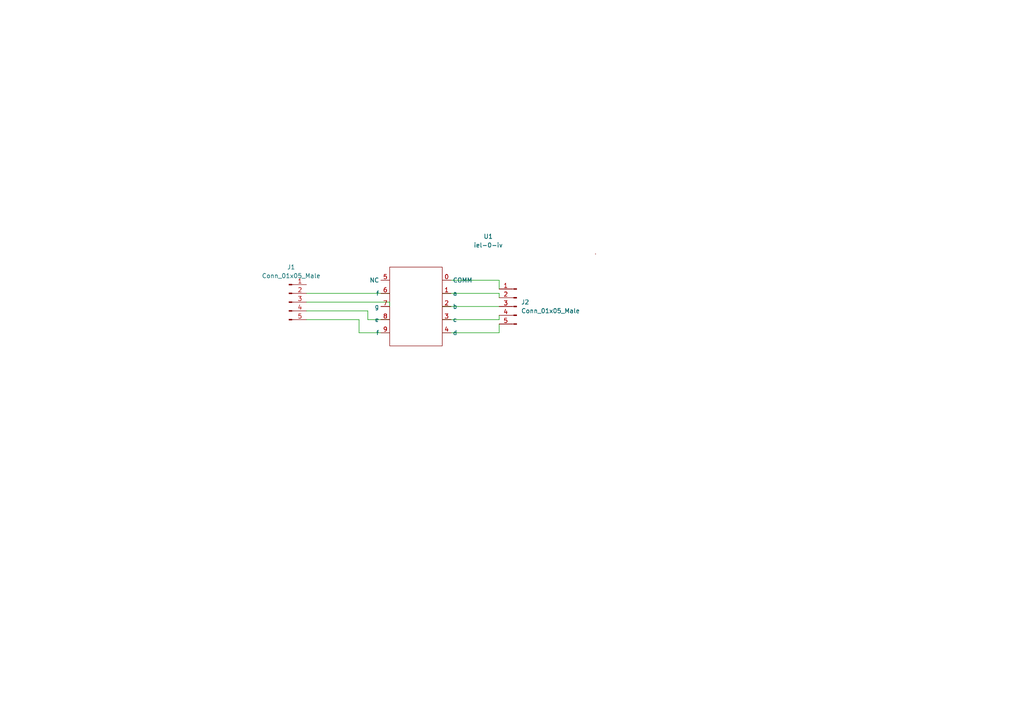
<source format=kicad_sch>
(kicad_sch (version 20211123) (generator eeschema)
  (paper "A4")
  (lib_symbols
    (symbol "Connector:Conn_01x05_Male" (pin_names (offset 1.016) hide)
      (property "Reference" "J" (at 0 7.62 0))
      (property "Value" "Conn_01x05_Male" (at 0 -7.62 0))
      (symbol "Conn_01x05_Male_1_1"
        (polyline (pts (xy 1.27 -5.08) (xy 0.8636 -5.08)) (stroke (width 0.1524)))
        (polyline (pts (xy 1.27 -2.54) (xy 0.8636 -2.54)) (stroke (width 0.1524)))
        (polyline (pts (xy 1.27 0) (xy 0.8636 0)) (stroke (width 0.1524)))
        (polyline (pts (xy 1.27 2.54) (xy 0.8636 2.54)) (stroke (width 0.1524)))
        (polyline (pts (xy 1.27 5.08) (xy 0.8636 5.08)) (stroke (width 0.1524)))
        (rectangle (start 0.8636 -4.953) (end 0 -5.207) (stroke (width 0.1524)) (fill (type outline)))
        (rectangle (start 0.8636 -2.413) (end 0 -2.667) (stroke (width 0.1524)) (fill (type outline)))
        (rectangle (start 0.8636 0.127) (end 0 -0.127) (stroke (width 0.1524)) (fill (type outline)))
        (rectangle (start 0.8636 2.667) (end 0 2.413) (stroke (width 0.1524)) (fill (type outline)))
        (rectangle (start 0.8636 5.207) (end 0 4.953) (stroke (width 0.1524)) (fill (type outline)))
        (pin passive line (at 5.08 5.08 180) (length 3.81) (name "Pin_1") (number "1"))
        (pin passive line (at 5.08 2.54 180) (length 3.81) (name "Pin_2") (number "2"))
        (pin passive line (at 5.08 0 180) (length 3.81) (name "Pin_3") (number "3"))
        (pin passive line (at 5.08 -2.54 180) (length 3.81) (name "Pin_4") (number "4"))
        (pin passive line (at 5.08 -5.08 180) (length 3.81) (name "Pin_5") (number "5"))
      )
    )
    (symbol "iel:iel-0-iv"
      (property "Reference" "U" (at 0 0 0))
      (property "Value" "iel-0-iv" (at 0 0 0))
      (symbol "iel-0-iv_0_1"
        (rectangle (start 2.54 -3.81) (end 17.78 -26.67))
        (rectangle (start 62.23 0) (end 62.23 0))
        (rectangle (start 62.23 0) (end 62.23 0))
        (rectangle (start 62.23 0) (end 62.23 0))
      )
      (symbol "iel-0-iv_1_1"
        (pin input line (at 17.78 -7.62 0) (length 2.54) (name "COMM") (number "0"))
        (pin input line (at 17.78 -11.43 0) (length 2.54) (name "a") (number "1"))
        (pin input line (at 17.78 -15.24 0) (length 2.54) (name "b") (number "2"))
        (pin input line (at 17.78 -19.05 0) (length 2.54) (name "c") (number "3"))
        (pin input line (at 17.78 -22.86 0) (length 2.54) (name "d") (number "4"))
        (pin input line (at 2.54 -7.62 180) (length 2.54) (name "NC") (number "5"))
        (pin input line (at 2.54 -11.43 180) (length 2.54) (name "f") (number "6"))
        (pin input line (at 2.54 -15.24 180) (length 2.54) (name "g") (number "7"))
        (pin input line (at 2.54 -19.05 180) (length 2.54) (name "e") (number "8"))
        (pin input line (at 2.54 -22.86 180) (length 2.54) (name "f") (number "9"))
      )
    )
  )
  (wire (pts (xy 144.78 85.09) (xy 144.78 86.36)))
  (wire (pts (xy 144.78 96.52) (xy 144.78 93.98)))
  (wire (pts (xy 106.68 92.71) (xy 113.03 92.71)))
  (wire (pts (xy 88.9 87.63) (xy 113.03 87.63)))
  (wire (pts (xy 113.03 87.63) (xy 113.03 88.9)))
  (wire (pts (xy 128.27 96.52) (xy 144.78 96.52)))
  (wire (pts (xy 144.78 81.28) (xy 144.78 83.82)))
  (wire (pts (xy 144.78 92.71) (xy 144.78 91.44)))
  (wire (pts (xy 88.9 90.17) (xy 106.68 90.17)))
  (wire (pts (xy 106.68 90.17) (xy 106.68 92.71)))
  (wire (pts (xy 104.14 96.52) (xy 113.03 96.52)))
  (wire (pts (xy 128.27 85.09) (xy 144.78 85.09)))
  (wire (pts (xy 128.27 92.71) (xy 144.78 92.71)))
  (wire (pts (xy 88.9 85.09) (xy 113.03 85.09)))
  (wire (pts (xy 104.14 92.71) (xy 104.14 96.52)))
  (wire (pts (xy 128.27 88.9) (xy 144.78 88.9)))
  (wire (pts (xy 128.27 81.28) (xy 144.78 81.28)))
  (wire (pts (xy 88.9 92.71) (xy 104.14 92.71)))
  (symbol (lib_id "Connector:Conn_01x05_Male") (at 149.86 88.9 0) (mirror y) (unit 1)
    (property "Reference" "J2" (at 151.13 87.6299 0) (effects (justify right)))
    (property "Value" "Conn_01x05_Male" (at 151.13 90.1699 0) (effects (justify right)))
    (property "Footprint" "Connector_PinHeader_2.54mm:PinHeader_1x05_P2.54mm_Vertical" (effects hide))
  )
  (symbol (lib_id "Connector:Conn_01x05_Male") (at 83.82 87.63 0) (unit 1)
    (property "Reference" "J1" (at 84.455 77.47 0))
    (property "Value" "Conn_01x05_Male" (at 84.455 80.01 0))
    (property "Footprint" "Connector_PinHeader_2.54mm:PinHeader_1x05_P2.54mm_Vertical" (effects hide))
  )
  (symbol (lib_id "iel:iel-0-iv") (at 110.49 73.66 0) (unit 1)
    (property "Reference" "U1" (at 141.605 68.58 0))
    (property "Value" "iel-0-iv" (at 141.605 71.12 0))
    (property "Footprint" "iel:iel-0-iv" (effects hide))
  )
)
</source>
